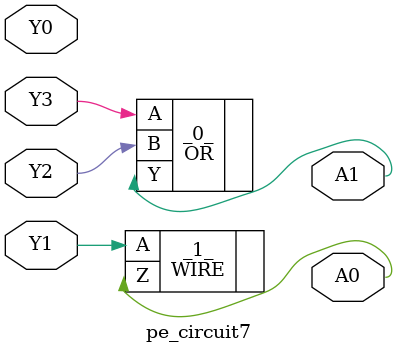
<source format=v>
/* Generated by Yosys 0.41+83 (git sha1 7045cf509, x86_64-w64-mingw32-g++ 13.2.1 -Os) */

/* top =  1  */
/* src = "pe_circuit7.v:1.1-13.10" */
module pe_circuit7(A0, A1, Y0, Y1, Y2, Y3);
  /* src = "pe_circuit7.v:4.8-4.10" */
  output A0;
  wire A0;
  /* src = "pe_circuit7.v:4.12-4.14" */
  output A1;
  wire A1;
  /* src = "pe_circuit7.v:3.7-3.9" */
  input Y0;
  wire Y0;
  /* src = "pe_circuit7.v:3.11-3.13" */
  input Y1;
  wire Y1;
  /* src = "pe_circuit7.v:3.15-3.17" */
  input Y2;
  wire Y2;
  /* src = "pe_circuit7.v:3.19-3.21" */
  input Y3;
  wire Y3;
  OR _0_ (
    .A(Y3),
    .B(Y2),
    .Y(A1)
  );
  WIRE _1_ (
    .A(Y1),
    .Z(A0)
  );
endmodule

</source>
